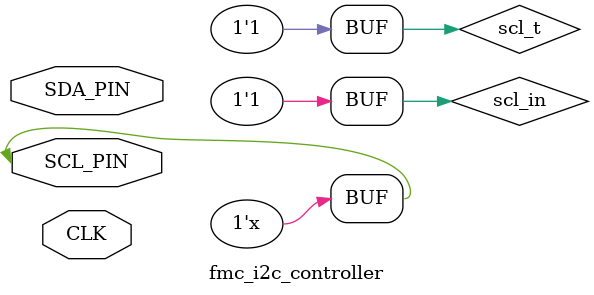
<source format=sv>
`timescale 1ns / 1ps
`default_nettype none
module fmc_i2c_controller(
    input wire CLK,
    //input wire en_fmc_board,
    inout wire SCL_PIN,
    inout wire SDA_PIN
);

//3 Wires used for SCL and SDA
wire scl_in = 1'b1;
wire scl_out;
reg  scl_t = 1'b1;
wire sda_in, sda_out, sda_t;

//Create I/O Buffer For SCL Pin
IOBUF scl_buf(
    .O(scl_out),
    .I(scl_in),
    .IO(SCL_PIN),
    .T(scl_t)
);

//Create I/O Buffer for SDA Pin
//IOBUF sda_buf(
//    .O(sda_out),
//    .I(sda_in),
//    .IO(SDA_PIN),
//    .T(sda_t)
//);


clk_gen scl_400khz(
            .CLK(CLK),
            .scl_t(scl_t)
);

assign SCL_PIN = scl_t ? 1'bZ : 1'b0;


//CLPD Address
 //Last two Bits are guesses based on assumptions made of crappy docs change if does not work
localparam[7:0] CLPD_ADDR = 7'b01111_10; 

localparam [2:0]
    START_UP                        =   3'b000,
    IDLE                            =   3'b001,
    START                           =   3'b010,
    CLPD_ADDRESS_W                  =   3'b011,
    CLPD_ADDRESS_R                  =   3'b100,
    ACC_CLPD_CTRL_REG0              =   3'b101,
    TURN_ON_LED                     =   3'b110,
    TURN_OFF_LED                    =   3'b111;


// //State Machine    
// always *@ begin

// end

// //
// always @(posedge CLK)begin

// end


endmodule

// //I2C addresses of Slave modules of FMC484
// localparam[6:0]
// SI5338B_ADR   = 7'b1110000,
//  //Wether you are talking to Module A or B is determ by selection bit of CLPD
// QSFP_MOD      = 7'b1010000;    
// //CLPD has various
// Frequency  N     filter time (ns)
//  60        3         50
//  80        4         50 
//  100       5         50
//  150       7         47
//  200       10        50
</source>
